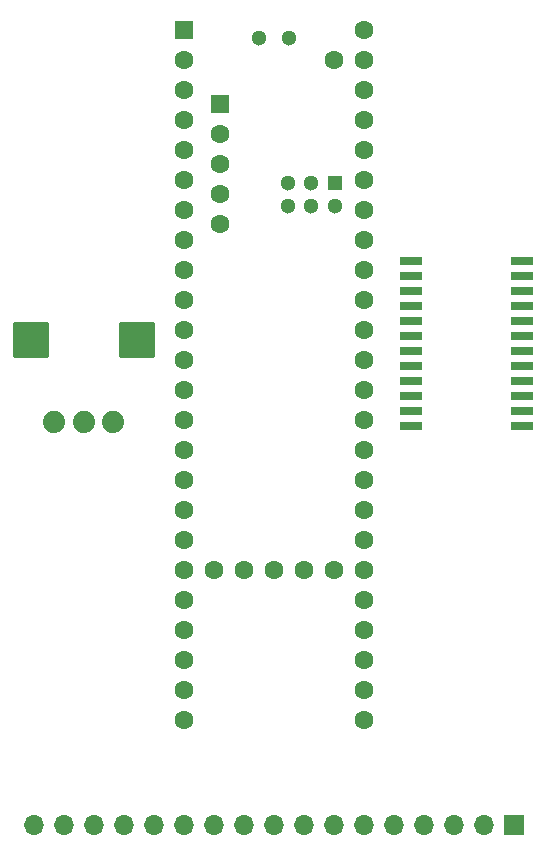
<source format=gbr>
%TF.GenerationSoftware,KiCad,Pcbnew,7.0.2-0*%
%TF.CreationDate,2023-11-12T18:20:13-05:00*%
%TF.ProjectId,Mux Module CD74HCT4067M,4d757820-4d6f-4647-956c-652043443734,rev?*%
%TF.SameCoordinates,Original*%
%TF.FileFunction,Soldermask,Top*%
%TF.FilePolarity,Negative*%
%FSLAX46Y46*%
G04 Gerber Fmt 4.6, Leading zero omitted, Abs format (unit mm)*
G04 Created by KiCad (PCBNEW 7.0.2-0) date 2023-11-12 18:20:13*
%MOMM*%
%LPD*%
G01*
G04 APERTURE LIST*
G04 Aperture macros list*
%AMRoundRect*
0 Rectangle with rounded corners*
0 $1 Rounding radius*
0 $2 $3 $4 $5 $6 $7 $8 $9 X,Y pos of 4 corners*
0 Add a 4 corners polygon primitive as box body*
4,1,4,$2,$3,$4,$5,$6,$7,$8,$9,$2,$3,0*
0 Add four circle primitives for the rounded corners*
1,1,$1+$1,$2,$3*
1,1,$1+$1,$4,$5*
1,1,$1+$1,$6,$7*
1,1,$1+$1,$8,$9*
0 Add four rect primitives between the rounded corners*
20,1,$1+$1,$2,$3,$4,$5,0*
20,1,$1+$1,$4,$5,$6,$7,0*
20,1,$1+$1,$6,$7,$8,$9,0*
20,1,$1+$1,$8,$9,$2,$3,0*%
G04 Aperture macros list end*
%ADD10R,1.950000X0.650000*%
%ADD11C,1.600000*%
%ADD12R,1.600000X1.600000*%
%ADD13R,1.300000X1.300000*%
%ADD14C,1.300000*%
%ADD15C,1.879600*%
%ADD16RoundRect,0.101600X-1.400000X1.400000X-1.400000X-1.400000X1.400000X-1.400000X1.400000X1.400000X0*%
%ADD17R,1.700000X1.700000*%
%ADD18O,1.700000X1.700000*%
G04 APERTURE END LIST*
D10*
%TO.C,IC1*%
X170880600Y-60209100D03*
X170880600Y-58939100D03*
X170880600Y-57669100D03*
X170880600Y-56399100D03*
X170880600Y-55129100D03*
X170880600Y-53859100D03*
X170880600Y-52589100D03*
X170880600Y-51319100D03*
X170880600Y-50049100D03*
X170880600Y-48779100D03*
X170880600Y-47509100D03*
X170880600Y-46239100D03*
X161430600Y-46239100D03*
X161430600Y-47509100D03*
X161430600Y-48779100D03*
X161430600Y-50049100D03*
X161430600Y-51319100D03*
X161430600Y-52589100D03*
X161430600Y-53859100D03*
X161430600Y-55129100D03*
X161430600Y-56399100D03*
X161430600Y-57669100D03*
X161430600Y-58939100D03*
X161430600Y-60209100D03*
%TD*%
D11*
%TO.C,U1*%
X154940000Y-29210000D03*
X145290800Y-43129200D03*
X145290800Y-40589200D03*
X145290800Y-38049200D03*
X145290800Y-35509200D03*
D12*
X145290800Y-32969200D03*
D11*
X157480000Y-26670000D03*
X157480000Y-29210000D03*
X157480000Y-31750000D03*
X157480000Y-34290000D03*
X157480000Y-36830000D03*
X157480000Y-39370000D03*
X157480000Y-41910000D03*
X157480000Y-44450000D03*
X157480000Y-46990000D03*
X157480000Y-49530000D03*
X157480000Y-52070000D03*
X157480000Y-54610000D03*
X157480000Y-57150000D03*
X157480000Y-59690000D03*
D12*
X142240000Y-26670000D03*
D11*
X142240000Y-29210000D03*
X142240000Y-31750000D03*
X142240000Y-34290000D03*
X142240000Y-36830000D03*
X142240000Y-39370000D03*
X142240000Y-41910000D03*
X142240000Y-44450000D03*
X142240000Y-46990000D03*
X142240000Y-49530000D03*
X142240000Y-52070000D03*
X142240000Y-54610000D03*
X142240000Y-57150000D03*
X157480000Y-62230000D03*
X157480000Y-64770000D03*
X157480000Y-67310000D03*
X157480000Y-69850000D03*
X157480000Y-72390000D03*
X157480000Y-74930000D03*
X157480000Y-77470000D03*
X157480000Y-80010000D03*
X157480000Y-82550000D03*
X157480000Y-85090000D03*
X142240000Y-85090000D03*
X142240000Y-82550000D03*
X142240000Y-80010000D03*
X142240000Y-77470000D03*
X142240000Y-59690000D03*
X142240000Y-62230000D03*
X142240000Y-64770000D03*
X142240000Y-74930000D03*
X142240000Y-72390000D03*
X142240000Y-69850000D03*
X142240000Y-67310000D03*
D13*
X155041600Y-39640000D03*
D14*
X155041600Y-41640000D03*
X153041600Y-39640000D03*
X153041600Y-41640000D03*
X151041600Y-41640000D03*
X151041600Y-39640000D03*
D11*
X144780000Y-72390000D03*
X147320000Y-72390000D03*
X149860000Y-72390000D03*
X152400000Y-72390000D03*
X154940000Y-72390000D03*
D14*
X148590000Y-27400000D03*
X151130000Y-27400000D03*
%TD*%
D15*
%TO.C,R1*%
X131277400Y-59932400D03*
X133777400Y-59932400D03*
X136277400Y-59932400D03*
D16*
X138277400Y-52932400D03*
X129277400Y-52932400D03*
%TD*%
D17*
%TO.C,J2*%
X170180000Y-93980000D03*
D18*
X167640000Y-93980000D03*
X165100000Y-93980000D03*
X162560000Y-93980000D03*
X160020000Y-93980000D03*
X157480000Y-93980000D03*
X154940000Y-93980000D03*
X152400000Y-93980000D03*
X149860000Y-93980000D03*
X147320000Y-93980000D03*
X144780000Y-93980000D03*
X142240000Y-93980000D03*
X139700000Y-93980000D03*
X137160000Y-93980000D03*
X134620000Y-93980000D03*
X132080000Y-93980000D03*
X129540000Y-93980000D03*
%TD*%
M02*

</source>
